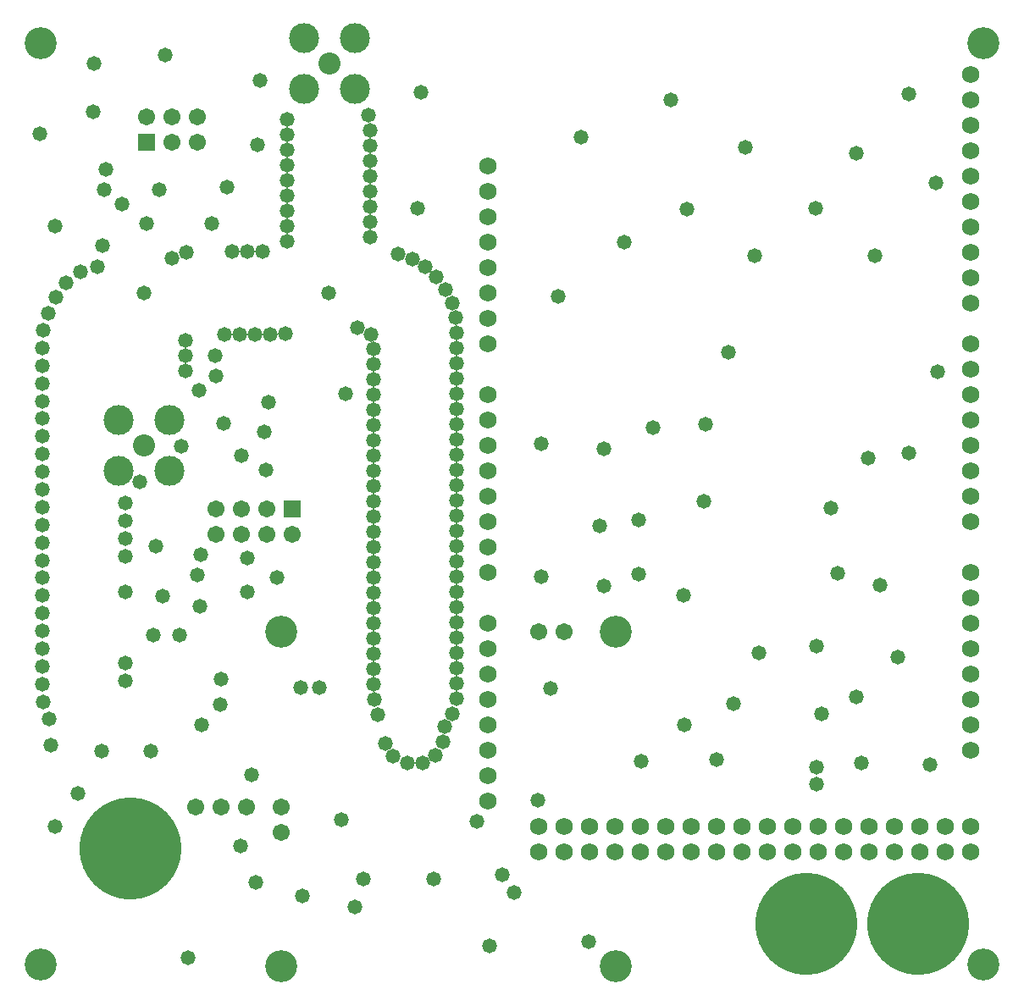
<source format=gbs>
%FSDAX23Y23*%
%MOIN*%
%SFA1B1*%

%IPPOS*%
%ADD53C,0.067060*%
%ADD54C,0.068000*%
%ADD55C,0.126110*%
%ADD56C,0.401700*%
%ADD57C,0.118240*%
%ADD58C,0.086740*%
%ADD59R,0.067060X0.067060*%
%ADD60C,0.058000*%
%LNupcnsl-abs-comms-rfpatest-v1.0-1*%
%LPD*%
G54D53*
X02179Y01428D03*
X02080D03*
X01108Y01811D03*
X01008Y01911D03*
Y01811D03*
X00908Y01911D03*
Y01811D03*
X00808Y01911D03*
Y01811D03*
X00929Y00738D03*
X00829D03*
X00729D03*
X00735Y03456D03*
Y03356D03*
X00635Y03456D03*
Y03356D03*
X00535Y03456D03*
X01066Y00638D03*
Y00738D03*
G54D54*
X03780Y00963D03*
Y01063D03*
Y01163D03*
Y01263D03*
Y01363D03*
Y01463D03*
Y01563D03*
Y01663D03*
Y01862D03*
Y01962D03*
Y02062D03*
Y02162D03*
Y02262D03*
Y02362D03*
Y02462D03*
Y02562D03*
X01879Y02562D03*
Y02662D03*
Y02762D03*
Y02862D03*
Y02962D03*
Y03062D03*
Y03162D03*
Y03262D03*
Y01663D03*
Y01763D03*
Y01863D03*
Y01963D03*
Y02063D03*
Y02163D03*
Y02263D03*
Y02363D03*
Y00763D03*
Y00863D03*
Y00963D03*
Y01063D03*
Y01163D03*
Y01263D03*
Y01363D03*
Y01463D03*
X03780Y02723D03*
Y02823D03*
Y02923D03*
Y03023D03*
Y03123D03*
Y03223D03*
Y03323D03*
Y03423D03*
Y03523D03*
Y03623D03*
Y00663D03*
Y00563D03*
X03680Y00663D03*
Y00563D03*
X03580Y00663D03*
Y00563D03*
X03480Y00663D03*
Y00563D03*
X03380Y00663D03*
Y00563D03*
X03280Y00663D03*
Y00563D03*
X03180Y00663D03*
Y00563D03*
X03080Y00663D03*
Y00563D03*
X02980Y00663D03*
Y00563D03*
X02880Y00663D03*
Y00563D03*
X02780Y00663D03*
Y00563D03*
X02680Y00663D03*
Y00563D03*
X02580Y00663D03*
Y00563D03*
X02480Y00663D03*
Y00563D03*
X02380Y00663D03*
Y00563D03*
X02280Y00663D03*
Y00563D03*
X02180Y00663D03*
Y00563D03*
X02080Y00663D03*
Y00563D03*
G54D55*
X00118Y03744D03*
X03829D03*
Y00118D03*
X00118D03*
X01066Y01428D03*
X02381D03*
Y00113D03*
X01066D03*
G54D56*
X03572Y00280D03*
X00473Y00575D03*
X03131Y00280D03*
G54D57*
X00627Y02061D03*
X00427D03*
Y02261D03*
X00627D03*
X01154Y03764D03*
X01354D03*
Y03564D03*
X01154D03*
G54D58*
X00527Y02161D03*
X01254Y03664D03*
G54D59*
X01108Y01911D03*
X00535Y03356D03*
G54D60*
X00535Y03036D03*
X03173Y00829D03*
X03172Y00895D03*
X02600Y03523D03*
X00327Y03475D03*
X00908Y02121D03*
X00160Y00983D03*
X01318Y02367D03*
X00600Y01569D03*
X01049Y01641D03*
X00948Y00864D03*
X00853Y03179D03*
X00838Y02248D03*
X01015Y02333D03*
X00998Y02215D03*
X03374Y02113D03*
X03191Y01106D03*
X03349Y00912D03*
X02275Y00208D03*
X01354Y00347D03*
X00265Y00792D03*
X00175Y00661D03*
X00967Y00442D03*
X00699Y00146D03*
X01150Y00390D03*
X00361Y02949D03*
X00175Y03026D03*
X00609Y03699D03*
X00329Y03667D03*
X00972Y03344D03*
X00982Y03599D03*
X02156Y02748D03*
X02729Y01941D03*
X02824Y02528D03*
X03168Y03096D03*
X03402Y02910D03*
X02662Y03092D03*
X02247Y03374D03*
X03330Y03312D03*
X02929Y02910D03*
X02891Y03335D03*
X02414Y02963D03*
X02089Y02170D03*
X02318Y01846D03*
X02089Y01645D03*
X00905Y00586D03*
X01837Y00683D03*
X01388Y00455D03*
X01884Y00193D03*
X02483Y00919D03*
X02473Y01869D03*
X02530Y02232D03*
X02337Y02148D03*
X02473Y01654D03*
X02845Y01146D03*
X02779Y00924D03*
X02651Y01061D03*
X02947Y01345D03*
X03255Y01659D03*
X03492Y01328D03*
X03534Y02131D03*
X03229Y01916D03*
X03423Y01612D03*
X03171Y01371D03*
X03328Y01171D03*
X02649Y01571D03*
X00368Y03170D03*
X00374Y03248D03*
X00932Y01586D03*
X01007Y02065D03*
X00737Y01653D03*
X01142Y01210D03*
X01216D03*
X00585Y03169D03*
X01934Y00472D03*
X01981Y00401D03*
X00826Y01143D03*
X00806Y02515D03*
X00452Y01934D03*
Y01864D03*
Y01795D03*
Y01725D03*
Y01586D03*
Y01307D03*
Y01237D03*
X00552Y00960D03*
X00360Y00960D03*
X00153Y01087D03*
X00129Y01153D03*
X00126Y01222D03*
Y01292D03*
Y01362D03*
Y01431D03*
Y01501D03*
Y01571D03*
Y01641D03*
Y01710D03*
Y01780D03*
Y01850D03*
Y01919D03*
Y01989D03*
Y02059D03*
Y02128D03*
Y02198D03*
Y02268D03*
Y02337D03*
Y02407D03*
Y02477D03*
Y02546D03*
X00130Y02616D03*
X00148Y02683D03*
X00178Y02746D03*
X00220Y02802D03*
X00274Y02845D03*
X00341Y02866D03*
X00689Y02575D03*
X00689Y02515D03*
X00689Y02455D03*
X00671Y02159D03*
X00509Y02019D03*
X01614Y03553D03*
X01409Y03461D03*
X01415Y03402D03*
X01415Y03342D03*
X01415Y03282D03*
X01415Y03222D03*
X01415Y03162D03*
X01415Y03102D03*
X01416Y03042D03*
X01416Y02982D03*
X01089Y02965D03*
X01089Y03025D03*
X01089Y03085D03*
X01089Y03145D03*
X01089Y03205D03*
X01088Y03265D03*
X01088Y03325D03*
X01088Y03385D03*
X01090Y03445D03*
X01524Y02914D03*
X01581Y02895D03*
X01632Y02865D03*
X01677Y02825D03*
X01713Y02777D03*
X01739Y02723D03*
X01753Y02664D03*
X01756Y02605D03*
Y02545D03*
Y02485D03*
Y02425D03*
Y02365D03*
Y02305D03*
Y02245D03*
Y02185D03*
Y02125D03*
Y02065D03*
Y02005D03*
Y01945D03*
Y01885D03*
Y01825D03*
Y01765D03*
Y01705D03*
Y01645D03*
Y01585D03*
Y01525D03*
Y01465D03*
Y01405D03*
Y01345D03*
Y01285D03*
Y01225D03*
X01756Y01165D03*
X01740Y01106D03*
X01709Y01055D03*
X01701Y00996D03*
X01673Y00943D03*
X01621Y00913D03*
X01561Y00911D03*
X01507Y00938D03*
X01476Y00989D03*
X01446Y01103D03*
X01431Y01161D03*
X01430Y01221D03*
Y01281D03*
Y01341D03*
Y01401D03*
Y01461D03*
Y01521D03*
Y01581D03*
Y01641D03*
Y01701D03*
Y01761D03*
Y01821D03*
Y01881D03*
Y01941D03*
Y02001D03*
Y02061D03*
Y02121D03*
Y02181D03*
Y02241D03*
Y02301D03*
Y02361D03*
Y02421D03*
Y02481D03*
Y02541D03*
X01419Y02600D03*
X01365Y02625D03*
X01082Y02601D03*
X01022Y02600D03*
X00962D03*
X00902D03*
X00842D03*
X00637Y02899D03*
X00693Y02922D03*
X00873Y02927D03*
X00933D03*
X00993D03*
X00808Y02435D03*
X00743Y02379D03*
X00791Y03034D03*
X00527Y02762D03*
X01252Y02763D03*
X00750Y01733D03*
X00573Y01766D03*
X00752Y01061D03*
X00931Y01720D03*
X00745Y01530D03*
X00664Y01414D03*
X00562D03*
X00829Y01242D03*
X00439Y03111D03*
X00116Y03388D03*
X01601Y03094D03*
X01302Y00689D03*
X01667Y00456D03*
X03650Y02451D03*
X02736Y02245D03*
X03642Y03194D03*
X03534Y03545D03*
X02335Y01609D03*
X02125Y01204D03*
X02076Y00767D03*
X03619Y00906D03*
M02*
</source>
